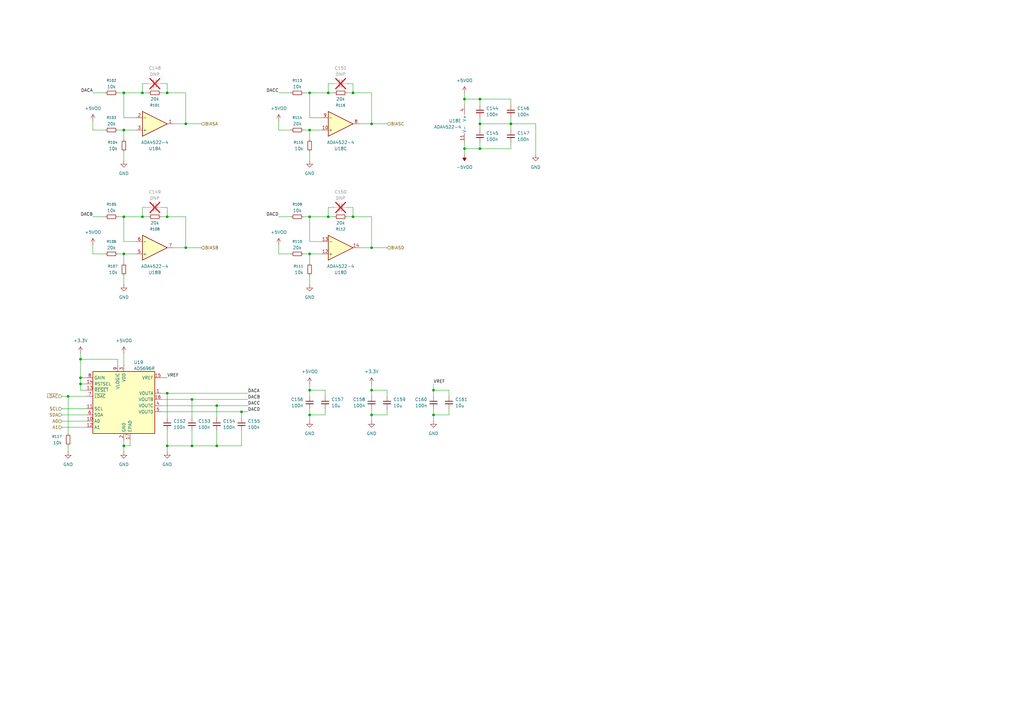
<source format=kicad_sch>
(kicad_sch (version 20250114) (generator "eeschema") (generator_version "9.0")
  (paper "A3")
  (lib_symbols
    (symbol "Amplifier_Operational:ADA4522-4" (pin_names (offset 0.127))
      (property "Reference" "U" (at 0 5.08 0))
      (property "Value" "ADA4522-4" (at 0 -5.08 0))
      (symbol "ADA4522-4_1_1"
        (polyline (pts (xy -5.08 5.08) (xy 5.08 0) (xy -5.08 -5.08) (xy -5.08 5.08)) (stroke (width 0.254)) (fill (type background)))
        (pin input line (at -7.62 2.54 0) (length 2.54) (name "+") (number "3"))
        (pin input line (at -7.62 -2.54 0) (length 2.54) (name "-") (number "2"))
        (pin output line (at 7.62 0 180) (length 2.54) (name "~") (number "1"))
      )
      (symbol "ADA4522-4_2_1"
        (polyline (pts (xy -5.08 5.08) (xy 5.08 0) (xy -5.08 -5.08) (xy -5.08 5.08)) (stroke (width 0.254)) (fill (type background)))
        (pin input line (at -7.62 2.54 0) (length 2.54) (name "+") (number "5"))
        (pin input line (at -7.62 -2.54 0) (length 2.54) (name "-") (number "6"))
        (pin output line (at 7.62 0 180) (length 2.54) (name "~") (number "7"))
      )
      (symbol "ADA4522-4_3_1"
        (polyline (pts (xy -5.08 5.08) (xy 5.08 0) (xy -5.08 -5.08) (xy -5.08 5.08)) (stroke (width 0.254)) (fill (type background)))
        (pin input line (at -7.62 2.54 0) (length 2.54) (name "+") (number "10"))
        (pin input line (at -7.62 -2.54 0) (length 2.54) (name "-") (number "9"))
        (pin output line (at 7.62 0 180) (length 2.54) (name "~") (number "8"))
      )
      (symbol "ADA4522-4_4_1"
        (polyline (pts (xy -5.08 5.08) (xy 5.08 0) (xy -5.08 -5.08) (xy -5.08 5.08)) (stroke (width 0.254)) (fill (type background)))
        (pin input line (at -7.62 2.54 0) (length 2.54) (name "+") (number "12"))
        (pin input line (at -7.62 -2.54 0) (length 2.54) (name "-") (number "13"))
        (pin output line (at 7.62 0 180) (length 2.54) (name "~") (number "14"))
      )
      (symbol "ADA4522-4_5_1"
        (pin power_in line (at -2.54 7.62 270) (length 3.81) (name "V+") (number "4"))
        (pin power_in line (at -2.54 -7.62 90) (length 3.81) (name "V-") (number "11"))
      )
    )
    (symbol "Device:C_Small" (pin_numbers (hide yes)) (pin_names (offset 0.254) (hide yes))
      (property "Reference" "C" (at 0.254 1.778 0))
      (property "Value" "C_Small" (at 0.254 -2.032 0))
      (symbol "C_Small_0_1"
        (polyline (pts (xy -1.524 0.508) (xy 1.524 0.508)) (stroke (width 0.3048)))
        (polyline (pts (xy -1.524 -0.508) (xy 1.524 -0.508)) (stroke (width 0.3302)))
      )
      (symbol "C_Small_1_1"
        (pin passive line (at 0 2.54 270) (length 2.032) (name "~") (number "1"))
        (pin passive line (at 0 -2.54 90) (length 2.032) (name "~") (number "2"))
      )
    )
    (symbol "Device:R_Small" (pin_numbers (hide yes)) (pin_names (offset 0.254) (hide yes))
      (property "Reference" "R" (at 0 0 90))
      (property "Value" "R_Small" (at 1.778 0 90))
      (symbol "R_Small_0_1"
        (rectangle (start -0.762 1.778) (end 0.762 -1.778) (stroke (width 0.2032)))
      )
      (symbol "R_Small_1_1"
        (pin passive line (at 0 2.54 270) (length 0.762) (name "~") (number "1"))
        (pin passive line (at 0 -2.54 90) (length 0.762) (name "~") (number "2"))
      )
    )
    (symbol "huskylib:AD5696R"
      (property "Reference" "U" (at -12.7 -14.224 0))
      (property "Value" "AD5696R" (at -12.7 -16.764 0))
      (symbol "AD5696R_0_1"
        (rectangle (start -12.7 12.7) (end 12.7 -12.7) (stroke (width 0.254)) (fill (type background)))
      )
      (symbol "AD5696R_1_1"
        (pin input line (at -15.24 10.16 0) (length 2.54) (name "GAIN") (number "8"))
        (pin input line (at -15.24 7.62 0) (length 2.54) (name "RSTSEL") (number "14"))
        (pin input line (at -15.24 5.08 0) (length 2.54) (name "~{RESET}") (number "13"))
        (pin input line (at -15.24 2.54 0) (length 2.54) (name "~{LDAC}") (number "7"))
        (pin input line (at -15.24 -2.54 0) (length 2.54) (name "SCL") (number "11"))
        (pin bidirectional line (at -15.24 -5.08 0) (length 2.54) (name "SDA") (number "6"))
        (pin input line (at -15.24 -7.62 0) (length 2.54) (name "A0") (number "10"))
        (pin input line (at -15.24 -10.16 0) (length 2.54) (name "A1") (number "12"))
        (pin power_in line (at -2.54 15.24 270) (length 2.54) (name "VLOGIC") (number "9"))
        (pin power_in line (at 0 15.24 270) (length 2.54) (name "VDD") (number "3"))
        (pin power_in line (at 0 -15.24 90) (length 2.54) (name "GND") (number "2"))
        (pin power_in line (at 2.54 -15.24 90) (length 2.54) (name "EPAD") (number "17"))
        (pin passive line (at 15.24 10.16 180) (length 2.54) (name "VREF") (number "15"))
        (pin output line (at 15.24 3.81 180) (length 2.54) (name "VOUTA") (number "1"))
        (pin output line (at 15.24 1.27 180) (length 2.54) (name "VOUTB") (number "16"))
        (pin output line (at 15.24 -1.27 180) (length 2.54) (name "VOUTC") (number "4"))
        (pin output line (at 15.24 -3.81 180) (length 2.54) (name "VOUTD") (number "5"))
      )
    )
    (symbol "power:+3.3V" (power) (pin_numbers (hide yes)) (pin_names (offset 0) (hide yes))
      (property "Value" "+3.3V" (at 0 3.556 0))
      (symbol "+3.3V_0_1"
        (polyline (pts (xy -0.762 1.27) (xy 0 2.54)))
        (polyline (pts (xy 0 2.54) (xy 0.762 1.27)))
        (polyline (pts (xy 0 0) (xy 0 2.54)))
      )
      (symbol "+3.3V_1_1"
        (pin power_in line (at 0 0 90) (length 0) (name "~") (number "1"))
      )
    )
    (symbol "power:+5V" (power) (pin_numbers (hide yes)) (pin_names (offset 0) (hide yes))
      (property "Value" "+5V" (at 0 3.556 0))
      (symbol "+5V_0_1"
        (polyline (pts (xy -0.762 1.27) (xy 0 2.54)))
        (polyline (pts (xy 0 2.54) (xy 0.762 1.27)))
        (polyline (pts (xy 0 0) (xy 0 2.54)))
      )
      (symbol "+5V_1_1"
        (pin power_in line (at 0 0 90) (length 0) (name "~") (number "1"))
      )
    )
    (symbol "power:-5V" (power) (pin_numbers (hide yes)) (pin_names (offset 0) (hide yes))
      (property "Value" "-5V" (at 0 3.556 0))
      (symbol "-5V_0_0"
        (pin power_in line (at 0 0 90) (length 0) (name "~") (number "1"))
      )
      (symbol "-5V_0_1"
        (polyline (pts (xy 0 0) (xy 0 1.27) (xy 0.762 1.27) (xy 0 2.54) (xy -0.762 1.27) (xy 0 1.27)) (fill (type outline)))
      )
    )
    (symbol "power:GND" (power) (pin_numbers (hide yes)) (pin_names (offset 0) (hide yes))
      (property "Value" "GND" (at 0 -3.81 0))
      (symbol "GND_0_1"
        (polyline (pts (xy 0 0) (xy 0 -1.27) (xy 1.27 -1.27) (xy 0 -2.54) (xy -1.27 -1.27) (xy 0 -1.27)))
      )
      (symbol "GND_1_1"
        (pin power_in line (at 0 0 270) (length 0) (name "~") (number "1"))
      )
    )
  )
  (junction (at 68.58 38.1))
  (junction (at 50.8 53.34))
  (junction (at 127 53.34))
  (junction (at 190.5 60.96))
  (junction (at 127 104.14))
  (junction (at 58.42 88.9))
  (junction (at 177.8 160.02))
  (junction (at 196.85 40.64))
  (junction (at 76.2 50.8))
  (junction (at 78.74 163.83))
  (junction (at 152.4 160.02))
  (junction (at 190.5 40.64))
  (junction (at 127 88.9))
  (junction (at 177.8 170.18))
  (junction (at 33.02 157.48))
  (junction (at 209.55 50.8))
  (junction (at 33.02 154.94))
  (junction (at 144.78 88.9))
  (junction (at 127 160.02))
  (junction (at 134.62 88.9))
  (junction (at 50.8 38.1))
  (junction (at 196.85 50.8))
  (junction (at 27.94 162.56))
  (junction (at 144.78 38.1))
  (junction (at 78.74 182.88))
  (junction (at 68.58 161.29))
  (junction (at 127 38.1))
  (junction (at 33.02 147.32))
  (junction (at 134.62 38.1))
  (junction (at 50.8 88.9))
  (junction (at 152.4 50.8))
  (junction (at 88.9 182.88))
  (junction (at 68.58 88.9))
  (junction (at 196.85 60.96))
  (junction (at 50.8 182.88))
  (junction (at 152.4 170.18))
  (junction (at 50.8 104.14))
  (junction (at 68.58 182.88))
  (junction (at 99.06 168.91))
  (junction (at 58.42 38.1))
  (junction (at 76.2 101.6))
  (junction (at 127 170.18))
  (junction (at 152.4 101.6))
  (junction (at 88.9 166.37))
  (wire (pts (xy 152.4 160.02) (xy 158.75 160.02)))
  (wire (pts (xy 88.9 166.37) (xy 101.8341 166.37)))
  (wire (pts (xy 66.04 154.94) (xy 68.58 154.94)))
  (wire (pts (xy 127 38.1) (xy 134.62 38.1)))
  (wire (pts (xy 50.8 38.1) (xy 58.42 38.1)))
  (wire (pts (xy 152.4 170.18) (xy 158.75 170.18)))
  (wire (pts (xy 50.8 104.14) (xy 50.8 107.95)))
  (wire (pts (xy 196.85 50.8) (xy 196.85 53.34)))
  (wire (pts (xy 25.4 170.18) (xy 35.56 170.18)))
  (wire (pts (xy 127 167.64) (xy 127 170.18)))
  (wire (pts (xy 196.85 60.96) (xy 209.55 60.96)))
  (wire (pts (xy 38.1 38.1) (xy 43.18 38.1)))
  (wire (pts (xy 190.5 40.64) (xy 190.5 43.18)))
  (wire (pts (xy 209.55 50.8) (xy 209.55 53.34)))
  (wire (pts (xy 50.8 99.06) (xy 50.8 88.9)))
  (wire (pts (xy 60.96 85.09) (xy 58.42 85.09)))
  (wire (pts (xy 88.9 182.88) (xy 99.06 182.88)))
  (wire (pts (xy 152.4 50.8) (xy 158.75 50.8)))
  (wire (pts (xy 152.4 157.48) (xy 152.4 160.02)))
  (wire (pts (xy 144.78 38.1) (xy 152.4 38.1)))
  (wire (pts (xy 127 104.14) (xy 132.08 104.14)))
  (wire (pts (xy 196.85 48.26) (xy 196.85 50.8)))
  (wire (pts (xy 134.62 85.09) (xy 134.62 88.9)))
  (wire (pts (xy 27.94 182.88) (xy 27.94 185.42)))
  (wire (pts (xy 66.04 88.9) (xy 68.58 88.9)))
  (wire (pts (xy 137.16 34.29) (xy 134.62 34.29)))
  (wire (pts (xy 190.5 60.96) (xy 196.85 60.96)))
  (wire (pts (xy 127 62.23) (xy 127 66.04)))
  (wire (pts (xy 68.58 38.1) (xy 76.2 38.1)))
  (wire (pts (xy 66.04 168.91) (xy 99.06 168.91)))
  (wire (pts (xy 147.32 101.6) (xy 152.4 101.6)))
  (wire (pts (xy 48.26 104.14) (xy 50.8 104.14)))
  (wire (pts (xy 99.06 168.91) (xy 99.06 171.45)))
  (wire (pts (xy 58.42 38.1) (xy 60.96 38.1)))
  (wire (pts (xy 133.35 162.56) (xy 133.35 160.02)))
  (wire (pts (xy 78.74 182.88) (xy 88.9 182.88)))
  (wire (pts (xy 25.4 172.72) (xy 35.56 172.72)))
  (wire (pts (xy 119.38 53.34) (xy 114.3 53.34)))
  (wire (pts (xy 209.55 58.42) (xy 209.55 60.96)))
  (wire (pts (xy 196.85 50.8) (xy 209.55 50.8)))
  (wire (pts (xy 33.02 154.94) (xy 35.56 154.94)))
  (wire (pts (xy 88.9 166.37) (xy 88.9 171.45)))
  (wire (pts (xy 33.02 160.02) (xy 33.02 157.48)))
  (wire (pts (xy 66.04 163.83) (xy 78.74 163.83)))
  (wire (pts (xy 177.8 170.18) (xy 184.15 170.18)))
  (wire (pts (xy 66.04 166.37) (xy 88.9 166.37)))
  (wire (pts (xy 127 99.06) (xy 127 88.9)))
  (wire (pts (xy 184.15 170.18) (xy 184.15 167.64)))
  (wire (pts (xy 68.58 88.9) (xy 76.2 88.9)))
  (wire (pts (xy 33.02 144.78) (xy 33.02 147.32)))
  (wire (pts (xy 50.8 53.34) (xy 55.88 53.34)))
  (wire (pts (xy 209.55 40.64) (xy 209.55 43.18)))
  (wire (pts (xy 66.04 38.1) (xy 68.58 38.1)))
  (wire (pts (xy 142.24 85.09) (xy 144.78 85.09)))
  (wire (pts (xy 144.78 85.09) (xy 144.78 88.9)))
  (wire (pts (xy 114.3 38.1) (xy 119.38 38.1)))
  (wire (pts (xy 43.18 104.14) (xy 38.1 104.14)))
  (wire (pts (xy 50.8 48.26) (xy 55.88 48.26)))
  (wire (pts (xy 124.46 88.9) (xy 127 88.9)))
  (wire (pts (xy 27.94 162.56) (xy 27.94 177.8)))
  (wire (pts (xy 190.5 40.64) (xy 196.85 40.64)))
  (wire (pts (xy 124.46 104.14) (xy 127 104.14)))
  (wire (pts (xy 99.06 168.91) (xy 101.6 168.91)))
  (wire (pts (xy 142.24 38.1) (xy 144.78 38.1)))
  (wire (pts (xy 127 53.34) (xy 132.08 53.34)))
  (wire (pts (xy 35.56 157.48) (xy 33.02 157.48)))
  (wire (pts (xy 68.58 85.09) (xy 68.58 88.9)))
  (wire (pts (xy 38.1 88.9) (xy 43.18 88.9)))
  (wire (pts (xy 71.12 50.8) (xy 76.2 50.8)))
  (wire (pts (xy 50.8 144.78) (xy 50.8 149.86)))
  (wire (pts (xy 71.12 101.6) (xy 76.2 101.6)))
  (wire (pts (xy 76.2 101.6) (xy 76.2 88.9)))
  (wire (pts (xy 27.94 162.56) (xy 35.56 162.56)))
  (wire (pts (xy 124.46 53.34) (xy 127 53.34)))
  (wire (pts (xy 66.04 34.29) (xy 68.58 34.29)))
  (wire (pts (xy 158.75 162.56) (xy 158.75 160.02)))
  (wire (pts (xy 196.85 40.64) (xy 209.55 40.64)))
  (wire (pts (xy 124.46 38.1) (xy 127 38.1)))
  (wire (pts (xy 127 157.48) (xy 127 160.02)))
  (wire (pts (xy 152.4 170.18) (xy 152.4 172.72)))
  (wire (pts (xy 177.8 160.02) (xy 177.8 162.56)))
  (wire (pts (xy 50.8 62.23) (xy 50.8 66.04)))
  (wire (pts (xy 48.26 53.34) (xy 50.8 53.34)))
  (wire (pts (xy 119.38 104.14) (xy 114.3 104.14)))
  (wire (pts (xy 25.4 167.64) (xy 35.56 167.64)))
  (wire (pts (xy 66.04 161.29) (xy 68.58 161.29)))
  (wire (pts (xy 58.42 34.29) (xy 58.42 38.1)))
  (wire (pts (xy 25.4 162.56) (xy 27.94 162.56)))
  (wire (pts (xy 50.8 182.88) (xy 53.34 182.88)))
  (wire (pts (xy 190.5 60.96) (xy 190.5 63.5)))
  (wire (pts (xy 127 48.26) (xy 132.08 48.26)))
  (wire (pts (xy 142.24 34.29) (xy 144.78 34.29)))
  (wire (pts (xy 38.1 100.33) (xy 38.1 104.14)))
  (wire (pts (xy 53.34 182.88) (xy 53.34 180.34)))
  (wire (pts (xy 33.02 147.32) (xy 48.26 147.32)))
  (wire (pts (xy 127 104.14) (xy 127 107.95)))
  (wire (pts (xy 196.85 58.42) (xy 196.85 60.96)))
  (wire (pts (xy 114.3 100.33) (xy 114.3 104.14)))
  (wire (pts (xy 76.2 101.6) (xy 82.55 101.6)))
  (wire (pts (xy 196.85 40.64) (xy 196.85 43.18)))
  (wire (pts (xy 25.4 175.26) (xy 35.56 175.26)))
  (wire (pts (xy 209.55 48.26) (xy 209.55 50.8)))
  (wire (pts (xy 152.4 101.6) (xy 158.75 101.6)))
  (wire (pts (xy 127 160.02) (xy 127 162.56)))
  (wire (pts (xy 50.8 88.9) (xy 58.42 88.9)))
  (wire (pts (xy 147.32 50.8) (xy 152.4 50.8)))
  (wire (pts (xy 127 170.18) (xy 127 172.72)))
  (wire (pts (xy 127 170.18) (xy 133.35 170.18)))
  (wire (pts (xy 68.58 161.29) (xy 68.58 171.45)))
  (wire (pts (xy 48.26 88.9) (xy 50.8 88.9)))
  (wire (pts (xy 127 113.03) (xy 127 116.84)))
  (wire (pts (xy 78.74 163.83) (xy 101.6 163.83)))
  (wire (pts (xy 114.3 49.53) (xy 114.3 53.34)))
  (wire (pts (xy 58.42 85.09) (xy 58.42 88.9)))
  (wire (pts (xy 68.58 182.88) (xy 78.74 182.88)))
  (wire (pts (xy 78.74 163.83) (xy 78.74 171.45)))
  (wire (pts (xy 152.4 167.64) (xy 152.4 170.18)))
  (wire (pts (xy 177.8 170.18) (xy 177.8 172.72)))
  (wire (pts (xy 177.8 167.64) (xy 177.8 170.18)))
  (wire (pts (xy 66.04 85.09) (xy 68.58 85.09)))
  (wire (pts (xy 76.2 50.8) (xy 76.2 38.1)))
  (wire (pts (xy 68.58 161.29) (xy 101.6 161.29)))
  (wire (pts (xy 48.26 147.32) (xy 48.26 149.86)))
  (wire (pts (xy 76.2 50.8) (xy 82.55 50.8)))
  (wire (pts (xy 38.1 49.53) (xy 38.1 53.34)))
  (wire (pts (xy 48.26 38.1) (xy 50.8 38.1)))
  (wire (pts (xy 134.62 38.1) (xy 137.16 38.1)))
  (wire (pts (xy 177.8 160.02) (xy 184.15 160.02)))
  (wire (pts (xy 50.8 113.03) (xy 50.8 116.84)))
  (wire (pts (xy 152.4 160.02) (xy 152.4 162.56)))
  (wire (pts (xy 88.9 176.53) (xy 88.9 182.88)))
  (wire (pts (xy 127 99.06) (xy 132.08 99.06)))
  (wire (pts (xy 50.8 53.34) (xy 50.8 57.15)))
  (wire (pts (xy 68.58 176.53) (xy 68.58 182.88)))
  (wire (pts (xy 50.8 182.88) (xy 50.8 185.42)))
  (wire (pts (xy 134.62 88.9) (xy 137.16 88.9)))
  (wire (pts (xy 114.3 88.9) (xy 119.38 88.9)))
  (wire (pts (xy 190.5 58.42) (xy 190.5 60.96)))
  (wire (pts (xy 68.58 34.29) (xy 68.58 38.1)))
  (wire (pts (xy 152.4 50.8) (xy 152.4 38.1)))
  (wire (pts (xy 60.96 34.29) (xy 58.42 34.29)))
  (wire (pts (xy 142.24 88.9) (xy 144.78 88.9)))
  (wire (pts (xy 33.02 147.32) (xy 33.02 154.94)))
  (wire (pts (xy 177.8 157.48) (xy 177.8 160.02)))
  (wire (pts (xy 219.71 50.8) (xy 219.71 63.5)))
  (wire (pts (xy 78.74 176.53) (xy 78.74 182.88)))
  (wire (pts (xy 58.42 88.9) (xy 60.96 88.9)))
  (wire (pts (xy 68.58 182.88) (xy 68.58 185.42)))
  (wire (pts (xy 144.78 34.29) (xy 144.78 38.1)))
  (wire (pts (xy 35.56 160.02) (xy 33.02 160.02)))
  (wire (pts (xy 190.5 38.1) (xy 190.5 40.64)))
  (wire (pts (xy 50.8 48.26) (xy 50.8 38.1)))
  (wire (pts (xy 137.16 85.09) (xy 134.62 85.09)))
  (wire (pts (xy 158.75 170.18) (xy 158.75 167.64)))
  (wire (pts (xy 50.8 99.06) (xy 55.88 99.06)))
  (wire (pts (xy 127 53.34) (xy 127 57.15)))
  (wire (pts (xy 134.62 34.29) (xy 134.62 38.1)))
  (wire (pts (xy 144.78 88.9) (xy 152.4 88.9)))
  (wire (pts (xy 209.55 50.8) (xy 219.71 50.8)))
  (wire (pts (xy 99.06 182.88) (xy 99.06 176.53)))
  (wire (pts (xy 33.02 157.48) (xy 33.02 154.94)))
  (wire (pts (xy 43.18 53.34) (xy 38.1 53.34)))
  (wire (pts (xy 184.15 162.56) (xy 184.15 160.02)))
  (wire (pts (xy 50.8 104.14) (xy 55.88 104.14)))
  (wire (pts (xy 152.4 101.6) (xy 152.4 88.9)))
  (wire (pts (xy 50.8 180.34) (xy 50.8 182.88)))
  (wire (pts (xy 127 160.02) (xy 133.35 160.02)))
  (wire (pts (xy 127 48.26) (xy 127 38.1)))
  (wire (pts (xy 133.35 170.18) (xy 133.35 167.64)))
  (wire (pts (xy 127 88.9) (xy 134.62 88.9)))
  (label "DACC" (at 114.3 38.1 180))
  (label "VREF" (at 177.8 157.48 0))
  (label "DACB" (at 38.1 88.9 180))
  (label "DACC" (at 101.6 166.37 0))
  (label "VREF" (at 68.58 154.94 0))
  (label "DACD" (at 101.6 168.91 0))
  (label "DACD" (at 114.3 88.9 180))
  (label "DACA" (at 38.1 38.1 180))
  (label "DACA" (at 101.6 161.29 0))
  (label "DACB" (at 101.6 163.83 0))
  (hierarchical_label "A0" (shape input) (at 25.4 172.72 180))
  (hierarchical_label "BIASB" (shape input) (at 82.55 101.6 0))
  (hierarchical_label "SCL" (shape input) (at 25.4 167.64 180))
  (hierarchical_label "SDA" (shape input) (at 25.4 170.18 180))
  (hierarchical_label "BIASD" (shape input) (at 158.75 101.6 0))
  (hierarchical_label "BIASA" (shape input) (at 82.55 50.8 0))
  (hierarchical_label "BIASC" (shape input) (at 158.75 50.8 0))
  (hierarchical_label "A1" (shape input) (at 25.4 175.26 180))
  (hierarchical_label "~{LDAC}" (shape input) (at 25.4 162.56 180))
  (symbol (lib_id "Amplifier_Operational:ADA4522-4") (at 139.7 50.8 0) (mirror x) (unit 3)
    (property "Reference" "U18" (at 139.7 60.96 0))
    (property "Value" "ADA4522-4" (at 139.7 58.42 0))
    (property "Datasheet" "https://www.analog.com/media/en/technical-documentation/data-sheets/ada4522-1_4522-2_4522-4.pdf" (effects (hide yes)))
    (property "Description" "55 V supply, 5uV max Vos, 3MHz GBW, EMI Enhanced, Zero Drift, 5.8 nV/√Hz, RRO quad operational amplifiers" (effects (hide yes)))
  )
  (symbol (lib_id "Device:R_Small") (at 63.5 88.9 90) (mirror x) (unit 1)
    (property "Reference" "R108" (at 63.5 93.98 90) (effects (font (size 1.016 1.016))))
    (property "Value" "20k" (at 63.5 91.44 90))
    (property "Description" "Resistor, small symbol" (effects (hide yes)))
  )
  (symbol (lib_id "Device:C_Small") (at 184.15 165.1 0) (unit 1)
    (property "Reference" "C161" (at 186.69 163.8362 0) (effects (justify left)))
    (property "Value" "10u" (at 186.69 166.3762 0) (effects (justify left)))
    (property "Description" "Unpolarized capacitor, small symbol" (effects (hide yes)))
  )
  (symbol (lib_id "power:+5V") (at 190.5 38.1 0) (unit 1)
    (property "Reference" "#PWR0152" (effects (hide yes)))
    (property "Value" "+5VOO" (at 190.5 33.02 0))
    (property "Description" "Power symbol creates a global label with name \"+5V\"" (effects (hide yes)))
  )
  (symbol (lib_id "Amplifier_Operational:ADA4522-4") (at 187.96 50.8 0) (mirror y) (unit 5)
    (property "Reference" "U18" (at 189.23 49.5299 0) (effects (justify left)))
    (property "Value" "ADA4522-4" (at 189.23 52.0699 0) (effects (justify left)))
    (property "Datasheet" "https://www.analog.com/media/en/technical-documentation/data-sheets/ada4522-1_4522-2_4522-4.pdf" (effects (hide yes)))
    (property "Description" "55 V supply, 5uV max Vos, 3MHz GBW, EMI Enhanced, Zero Drift, 5.8 nV/√Hz, RRO quad operational amplifiers" (effects (hide yes)))
  )
  (symbol (lib_id "Device:R_Small") (at 45.72 53.34 90) (unit 1)
    (property "Reference" "R103" (at 45.72 48.26 90) (effects (font (size 1.016 1.016))))
    (property "Value" "20k" (at 45.72 50.8 90))
    (property "Description" "Resistor, small symbol" (effects (hide yes)))
  )
  (symbol (lib_id "power:+5V") (at 127 157.48 0) (unit 1)
    (property "Reference" "#PWR0168" (effects (hide yes)))
    (property "Value" "+5VOO" (at 127 152.4 0))
    (property "Description" "Power symbol creates a global label with name \"+5V\"" (effects (hide yes)))
  )
  (symbol (lib_id "Device:R_Small") (at 127 59.69 0) (mirror x) (unit 1)
    (property "Reference" "R115" (at 124.46 58.4199 0) (effects (font (size 1.016 1.016)) (justify right)))
    (property "Value" "10k" (at 124.46 60.9599 0) (effects (justify right)))
    (property "Description" "Resistor, small symbol" (effects (hide yes)))
  )
  (symbol (lib_id "Device:R_Small") (at 139.7 88.9 90) (mirror x) (unit 1)
    (property "Reference" "R112" (at 139.7 93.98 90) (effects (font (size 1.016 1.016))))
    (property "Value" "20k" (at 139.7 91.44 90))
    (property "Description" "Resistor, small symbol" (effects (hide yes)))
  )
  (symbol (lib_id "Device:R_Small") (at 121.92 88.9 90) (unit 1)
    (property "Reference" "R109" (at 121.92 83.82 90) (effects (font (size 1.016 1.016))))
    (property "Value" "10k" (at 121.92 86.36 90))
    (property "Description" "Resistor, small symbol" (effects (hide yes)))
  )
  (symbol (lib_id "power:GND") (at 127 172.72 0) (unit 1)
    (property "Reference" "#PWR0169" (effects (hide yes)))
    (property "Value" "GND" (at 127 177.8 0))
    (property "Description" "Power symbol creates a global label with name \"GND\" , ground" (effects (hide yes)))
  )
  (symbol (lib_id "power:+3.3V") (at 152.4 157.48 0) (unit 1)
    (property "Reference" "#PWR0172" (effects (hide yes)))
    (property "Value" "+3.3V" (at 152.4 152.4 0))
    (property "Description" "Power symbol creates a global label with name \"+3.3V\"" (effects (hide yes)))
  )
  (symbol (lib_id "Device:C_Small") (at 99.06 173.99 0) (unit 1)
    (property "Reference" "C155" (at 101.6 172.7262 0) (effects (justify left)))
    (property "Value" "100n" (at 101.6 175.2662 0) (effects (justify left)))
    (property "Description" "Unpolarized capacitor, small symbol" (effects (hide yes)))
  )
  (symbol (lib_id "power:+5V") (at 114.3 100.33 0) (unit 1)
    (property "Reference" "#PWR0165" (effects (hide yes)))
    (property "Value" "+5VOO" (at 114.3 95.25 0))
    (property "Description" "Power symbol creates a global label with name \"+5V\"" (effects (hide yes)))
  )
  (symbol (lib_id "Device:C_Small") (at 127 165.1 0) (mirror y) (unit 1)
    (property "Reference" "C156" (at 124.46 163.8362 0) (effects (justify left)))
    (property "Value" "100n" (at 124.46 166.3762 0) (effects (justify left)))
    (property "Description" "Unpolarized capacitor, small symbol" (effects (hide yes)))
  )
  (symbol (lib_id "power:+5V") (at 50.8 144.78 0) (unit 1)
    (property "Reference" "#PWR0159" (effects (hide yes)))
    (property "Value" "+5VOO" (at 50.8 139.7 0))
    (property "Description" "Power symbol creates a global label with name \"+5V\"" (effects (hide yes)))
  )
  (symbol (lib_id "Device:C_Small") (at 177.8 165.1 0) (mirror y) (unit 1)
    (property "Reference" "C160" (at 175.26 163.8362 0) (effects (justify left)))
    (property "Value" "100n" (at 175.26 166.3762 0) (effects (justify left)))
    (property "Description" "Unpolarized capacitor, small symbol" (effects (hide yes)))
  )
  (symbol (lib_id "power:+3.3V") (at 33.02 144.78 0) (unit 1)
    (property "Reference" "#PWR0163" (effects (hide yes)))
    (property "Value" "+3.3V" (at 33.02 139.7 0))
    (property "Description" "Power symbol creates a global label with name \"+3.3V\"" (effects (hide yes)))
  )
  (symbol (lib_id "power:+5V") (at 114.3 49.53 0) (unit 1)
    (property "Reference" "#PWR0157" (effects (hide yes)))
    (property "Value" "+5VOO" (at 114.3 44.45 0))
    (property "Description" "Power symbol creates a global label with name \"+5V\"" (effects (hide yes)))
  )
  (symbol (lib_id "power:GND") (at 50.8 116.84 0) (unit 1)
    (property "Reference" "#PWR0158" (effects (hide yes)))
    (property "Value" "GND" (at 50.8 121.92 0))
    (property "Description" "Power symbol creates a global label with name \"GND\" , ground" (effects (hide yes)))
  )
  (symbol (lib_id "Device:R_Small") (at 27.94 180.34 0) (mirror x) (unit 1)
    (property "Reference" "R117" (at 25.4 179.0699 0) (effects (font (size 1.016 1.016)) (justify right)))
    (property "Value" "10k" (at 25.4 181.6099 0) (effects (justify right)))
    (property "Description" "Resistor, small symbol" (effects (hide yes)))
  )
  (symbol (lib_id "Device:R_Small") (at 45.72 38.1 90) (unit 1)
    (property "Reference" "R102" (at 45.72 33.02 90) (effects (font (size 1.016 1.016))))
    (property "Value" "10k" (at 45.72 35.56 90))
    (property "Description" "Resistor, small symbol" (effects (hide yes)))
  )
  (symbol (lib_id "Device:C_Small") (at 63.5 34.29 90) (unit 1) (dnp yes)
    (property "Reference" "C148" (at 63.5063 27.94 90))
    (property "Value" "DNP" (at 63.5063 30.48 90))
    (property "Description" "Unpolarized capacitor, small symbol" (effects (hide yes)))
  )
  (symbol (lib_id "Device:C_Small") (at 139.7 34.29 90) (unit 1) (dnp yes)
    (property "Reference" "C151" (at 139.7063 27.94 90))
    (property "Value" "DNP" (at 139.7063 30.48 90))
    (property "Description" "Unpolarized capacitor, small symbol" (effects (hide yes)))
  )
  (symbol (lib_id "Device:C_Small") (at 133.35 165.1 0) (unit 1)
    (property "Reference" "C157" (at 135.89 163.8362 0) (effects (justify left)))
    (property "Value" "10u" (at 135.89 166.3762 0) (effects (justify left)))
    (property "Description" "Unpolarized capacitor, small symbol" (effects (hide yes)))
  )
  (symbol (lib_id "Device:R_Small") (at 45.72 88.9 90) (unit 1)
    (property "Reference" "R105" (at 45.72 83.82 90) (effects (font (size 1.016 1.016))))
    (property "Value" "10k" (at 45.72 86.36 90))
    (property "Description" "Resistor, small symbol" (effects (hide yes)))
  )
  (symbol (lib_id "power:GND") (at 152.4 172.72 0) (unit 1)
    (property "Reference" "#PWR0171" (effects (hide yes)))
    (property "Value" "GND" (at 152.4 177.8 0))
    (property "Description" "Power symbol creates a global label with name \"GND\" , ground" (effects (hide yes)))
  )
  (symbol (lib_id "Device:R_Small") (at 50.8 59.69 0) (mirror x) (unit 1)
    (property "Reference" "R104" (at 48.26 58.4199 0) (effects (font (size 1.016 1.016)) (justify right)))
    (property "Value" "10k" (at 48.26 60.9599 0) (effects (justify right)))
    (property "Description" "Resistor, small symbol" (effects (hide yes)))
  )
  (symbol (lib_id "Device:C_Small") (at 209.55 45.72 0) (unit 1)
    (property "Reference" "C146" (at 212.09 44.4562 0) (effects (justify left)))
    (property "Value" "100n" (at 212.09 46.9962 0) (effects (justify left)))
    (property "Description" "Unpolarized capacitor, small symbol" (effects (hide yes)))
  )
  (symbol (lib_id "Device:R_Small") (at 121.92 53.34 90) (unit 1)
    (property "Reference" "R114" (at 121.92 48.26 90) (effects (font (size 1.016 1.016))))
    (property "Value" "20k" (at 121.92 50.8 90))
    (property "Description" "Resistor, small symbol" (effects (hide yes)))
  )
  (symbol (lib_id "power:+5V") (at 38.1 49.53 0) (unit 1)
    (property "Reference" "#PWR0155" (effects (hide yes)))
    (property "Value" "+5VOO" (at 38.1 44.45 0))
    (property "Description" "Power symbol creates a global label with name \"+5V\"" (effects (hide yes)))
  )
  (symbol (lib_id "power:GND") (at 127 116.84 0) (unit 1)
    (property "Reference" "#PWR0160" (effects (hide yes)))
    (property "Value" "GND" (at 127 121.92 0))
    (property "Description" "Power symbol creates a global label with name \"GND\" , ground" (effects (hide yes)))
  )
  (symbol (lib_id "Amplifier_Operational:ADA4522-4") (at 63.5 101.6 0) (mirror x) (unit 2)
    (property "Reference" "U18" (at 63.5 111.76 0))
    (property "Value" "ADA4522-4" (at 63.5 109.22 0))
    (property "Datasheet" "https://www.analog.com/media/en/technical-documentation/data-sheets/ada4522-1_4522-2_4522-4.pdf" (effects (hide yes)))
    (property "Description" "55 V supply, 5uV max Vos, 3MHz GBW, EMI Enhanced, Zero Drift, 5.8 nV/√Hz, RRO quad operational amplifiers" (effects (hide yes)))
  )
  (symbol (lib_id "Device:R_Small") (at 139.7 38.1 90) (mirror x) (unit 1)
    (property "Reference" "R116" (at 139.7 43.18 90) (effects (font (size 1.016 1.016))))
    (property "Value" "20k" (at 139.7 40.64 90))
    (property "Description" "Resistor, small symbol" (effects (hide yes)))
  )
  (symbol (lib_id "Device:R_Small") (at 121.92 104.14 90) (unit 1)
    (property "Reference" "R110" (at 121.92 99.06 90) (effects (font (size 1.016 1.016))))
    (property "Value" "20k" (at 121.92 101.6 90))
    (property "Description" "Resistor, small symbol" (effects (hide yes)))
  )
  (symbol (lib_id "Amplifier_Operational:ADA4522-4") (at 139.7 101.6 0) (mirror x) (unit 4)
    (property "Reference" "U18" (at 139.7 111.76 0))
    (property "Value" "ADA4522-4" (at 139.7 109.22 0))
    (property "Datasheet" "https://www.analog.com/media/en/technical-documentation/data-sheets/ada4522-1_4522-2_4522-4.pdf" (effects (hide yes)))
    (property "Description" "55 V supply, 5uV max Vos, 3MHz GBW, EMI Enhanced, Zero Drift, 5.8 nV/√Hz, RRO quad operational amplifiers" (effects (hide yes)))
  )
  (symbol (lib_id "power:-5V") (at 190.5 63.5 180) (unit 1)
    (property "Reference" "#PWR0153" (effects (hide yes)))
    (property "Value" "-5VOO" (at 190.5 68.58 0))
    (property "Description" "Power symbol creates a global label with name \"-5V\"" (effects (hide yes)))
  )
  (symbol (lib_id "Device:C_Small") (at 139.7 85.09 90) (unit 1) (dnp yes)
    (property "Reference" "C150" (at 139.7063 78.74 90))
    (property "Value" "DNP" (at 139.7063 81.28 90))
    (property "Description" "Unpolarized capacitor, small symbol" (effects (hide yes)))
  )
  (symbol (lib_id "Device:C_Small") (at 158.75 165.1 0) (unit 1)
    (property "Reference" "C159" (at 161.29 163.8362 0) (effects (justify left)))
    (property "Value" "10u" (at 161.29 166.3762 0) (effects (justify left)))
    (property "Description" "Unpolarized capacitor, small symbol" (effects (hide yes)))
  )
  (symbol (lib_id "Device:C_Small") (at 63.5 85.09 90) (unit 1) (dnp yes)
    (property "Reference" "C149" (at 63.5063 78.74 90))
    (property "Value" "DNP" (at 63.5063 81.28 90))
    (property "Description" "Unpolarized capacitor, small symbol" (effects (hide yes)))
  )
  (symbol (lib_id "power:GND") (at 68.58 185.42 0) (unit 1)
    (property "Reference" "#PWR0166" (effects (hide yes)))
    (property "Value" "GND" (at 68.58 190.5 0))
    (property "Description" "Power symbol creates a global label with name \"GND\" , ground" (effects (hide yes)))
  )
  (symbol (lib_id "Device:R_Small") (at 50.8 110.49 0) (mirror x) (unit 1)
    (property "Reference" "R107" (at 48.26 109.2199 0) (effects (font (size 1.016 1.016)) (justify right)))
    (property "Value" "10k" (at 48.26 111.7599 0) (effects (justify right)))
    (property "Description" "Resistor, small symbol" (effects (hide yes)))
  )
  (symbol (lib_id "power:GND") (at 27.94 185.42 0) (unit 1)
    (property "Reference" "#PWR0167" (effects (hide yes)))
    (property "Value" "GND" (at 27.94 190.5 0))
    (property "Description" "Power symbol creates a global label with name \"GND\" , ground" (effects (hide yes)))
  )
  (symbol (lib_id "power:GND") (at 177.8 172.72 0) (unit 1)
    (property "Reference" "#PWR0170" (effects (hide yes)))
    (property "Value" "GND" (at 177.8 177.8 0))
    (property "Description" "Power symbol creates a global label with name \"GND\" , ground" (effects (hide yes)))
  )
  (symbol (lib_id "power:GND") (at 219.71 63.5 0) (unit 1)
    (property "Reference" "#PWR0154" (effects (hide yes)))
    (property "Value" "GND" (at 219.71 68.58 0))
    (property "Description" "Power symbol creates a global label with name \"GND\" , ground" (effects (hide yes)))
  )
  (symbol (lib_id "Device:R_Small") (at 45.72 104.14 90) (unit 1)
    (property "Reference" "R106" (at 45.72 99.06 90) (effects (font (size 1.016 1.016))))
    (property "Value" "20k" (at 45.72 101.6 90))
    (property "Description" "Resistor, small symbol" (effects (hide yes)))
  )
  (symbol (lib_id "Device:R_Small") (at 121.92 38.1 90) (unit 1)
    (property "Reference" "R113" (at 121.92 33.02 90) (effects (font (size 1.016 1.016))))
    (property "Value" "10k" (at 121.92 35.56 90))
    (property "Description" "Resistor, small symbol" (effects (hide yes)))
  )
  (symbol (lib_id "Device:C_Small") (at 78.74 173.99 0) (unit 1)
    (property "Reference" "C153" (at 81.28 172.7262 0) (effects (justify left)))
    (property "Value" "100n" (at 81.28 175.2662 0) (effects (justify left)))
    (property "Description" "Unpolarized capacitor, small symbol" (effects (hide yes)))
  )
  (symbol (lib_id "power:GND") (at 50.8 66.04 0) (unit 1)
    (property "Reference" "#PWR0156" (effects (hide yes)))
    (property "Value" "GND" (at 50.8 71.12 0))
    (property "Description" "Power symbol creates a global label with name \"GND\" , ground" (effects (hide yes)))
  )
  (symbol (lib_id "huskylib:AD5696R") (at 50.8 165.1 0) (unit 1)
    (property "Reference" "U19" (at 54.864 148.59 0) (effects (justify left)))
    (property "Value" "AD5696R" (at 54.864 151.13 0) (effects (justify left)))
    (property "Footprint" "Package_SO:MSOP-10_3x3mm_P0.5mm" (effects (hide yes)))
    (property "Datasheet" "https://www.analog.com/media/en/technical-documentation/data-sheets/ad5696_5694.pdf" (effects (hide yes)))
    (property "Description" "Quad, 16-/12-Bit nanoDAC+ with I2C Interfac" (effects (hide yes)))
  )
  (symbol (lib_id "Device:C_Small") (at 68.58 173.99 0) (unit 1)
    (property "Reference" "C152" (at 71.12 172.7262 0) (effects (justify left)))
    (property "Value" "100n" (at 71.12 175.2662 0) (effects (justify left)))
    (property "Description" "Unpolarized capacitor, small symbol" (effects (hide yes)))
  )
  (symbol (lib_id "Device:C_Small") (at 88.9 173.99 0) (unit 1)
    (property "Reference" "C154" (at 91.44 172.7262 0) (effects (justify left)))
    (property "Value" "100n" (at 91.44 175.2662 0) (effects (justify left)))
    (property "Description" "Unpolarized capacitor, small symbol" (effects (hide yes)))
  )
  (symbol (lib_id "Device:R_Small") (at 63.5 38.1 90) (mirror x) (unit 1)
    (property "Reference" "R101" (at 63.5 43.18 90) (effects (font (size 1.016 1.016))))
    (property "Value" "20k" (at 63.5 40.64 90))
    (property "Description" "Resistor, small symbol" (effects (hide yes)))
  )
  (symbol (lib_id "power:GND") (at 50.8 185.42 0) (unit 1)
    (property "Reference" "#PWR0161" (effects (hide yes)))
    (property "Value" "GND" (at 50.8 190.5 0))
    (property "Description" "Power symbol creates a global label with name \"GND\" , ground" (effects (hide yes)))
  )
  (symbol (lib_id "Device:R_Small") (at 127 110.49 0) (mirror x) (unit 1)
    (property "Reference" "R111" (at 124.46 109.2199 0) (effects (font (size 1.016 1.016)) (justify right)))
    (property "Value" "10k" (at 124.46 111.7599 0) (effects (justify right)))
    (property "Description" "Resistor, small symbol" (effects (hide yes)))
  )
  (symbol (lib_id "Amplifier_Operational:ADA4522-4") (at 63.5 50.8 0) (mirror x) (unit 1)
    (property "Reference" "U18" (at 63.5 60.96 0))
    (property "Value" "ADA4522-4" (at 63.5 58.42 0))
    (property "Datasheet" "https://www.analog.com/media/en/technical-documentation/data-sheets/ada4522-1_4522-2_4522-4.pdf" (effects (hide yes)))
    (property "Description" "55 V supply, 5uV max Vos, 3MHz GBW, EMI Enhanced, Zero Drift, 5.8 nV/√Hz, RRO quad operational amplifiers" (effects (hide yes)))
  )
  (symbol (lib_id "Device:C_Small") (at 196.85 55.88 0) (unit 1)
    (property "Reference" "C145" (at 199.39 54.6162 0) (effects (justify left)))
    (property "Value" "100n" (at 199.39 57.1562 0) (effects (justify left)))
    (property "Description" "Unpolarized capacitor, small symbol" (effects (hide yes)))
  )
  (symbol (lib_id "power:GND") (at 127 66.04 0) (unit 1)
    (property "Reference" "#PWR0162" (effects (hide yes)))
    (property "Value" "GND" (at 127 71.12 0))
    (property "Description" "Power symbol creates a global label with name \"GND\" , ground" (effects (hide yes)))
  )
  (symbol (lib_id "Device:C_Small") (at 152.4 165.1 0) (mirror y) (unit 1)
    (property "Reference" "C158" (at 149.86 163.8362 0) (effects (justify left)))
    (property "Value" "100n" (at 149.86 166.3762 0) (effects (justify left)))
    (property "Description" "Unpolarized capacitor, small symbol" (effects (hide yes)))
  )
  (symbol (lib_id "Device:C_Small") (at 196.85 45.72 0) (unit 1)
    (property "Reference" "C144" (at 199.39 44.4562 0) (effects (justify left)))
    (property "Value" "100n" (at 199.39 46.9962 0) (effects (justify left)))
    (property "Description" "Unpolarized capacitor, small symbol" (effects (hide yes)))
  )
  (symbol (lib_id "power:+5V") (at 38.1 100.33 0) (unit 1)
    (property "Reference" "#PWR0164" (effects (hide yes)))
    (property "Value" "+5VOO" (at 38.1 95.25 0))
    (property "Description" "Power symbol creates a global label with name \"+5V\"" (effects (hide yes)))
  )
  (symbol (lib_id "Device:C_Small") (at 209.55 55.88 0) (unit 1)
    (property "Reference" "C147" (at 212.09 54.6162 0) (effects (justify left)))
    (property "Value" "100n" (at 212.09 57.1562 0) (effects (justify left)))
    (property "Description" "Unpolarized capacitor, small symbol" (effects (hide yes)))
  )
)
</source>
